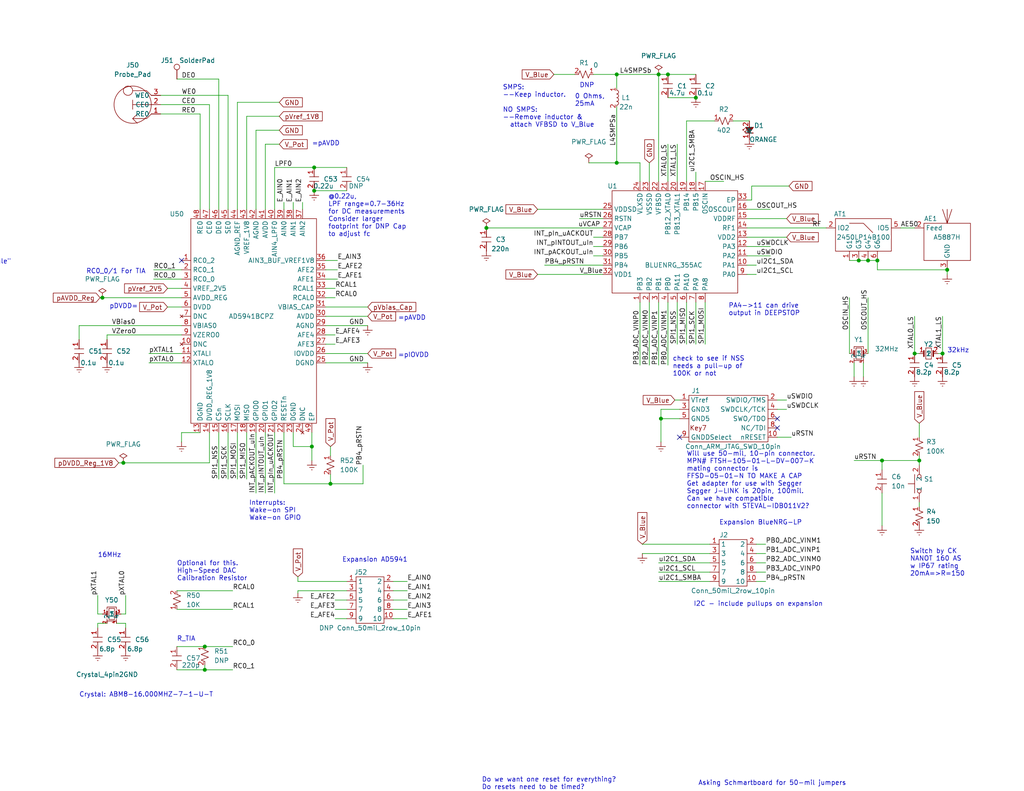
<source format=kicad_sch>
(kicad_sch (version 20211123) (generator eeschema)
  (paper "USLetter")
  (title_block (title "SwiftMote-EC Prototype") (rev "2022A") (company "CMC Microsystems"))
  (junction (at 249.555 96.52))
  (junction (at 182.245 20.32))
  (junction (at 257.175 96.52))
  (junction (at 85.09 121.92))
  (junction (at 239.395 71.12))
  (junction (at 258.445 73.66))
  (junction (at 55.88 182.88))
  (junction (at 234.315 71.12))
  (junction (at 240.665 125.73))
  (junction (at 179.705 20.32))
  (junction (at 85.725 45.72))
  (junction (at 132.715 62.23))
  (junction (at 189.865 26.67))
  (junction (at 27.94 81.28))
  (junction (at 33.655 126.365))
  (junction (at 85.725 52.07))
  (junction (at 55.88 176.53))
  (junction (at 250.825 125.73))
  (junction (at 90.17 132.08))
  (junction (at 236.855 71.12))
  (junction (at 168.275 20.32))
  (junction (at 180.34 114.3))
  (junction (at 168.275 44.45))
  (no_connect (at 212.09 116.84))
  (no_connect (at 212.09 114.3))
  (no_connect (at 49.53 71.12))
  (no_connect (at 185.42 119.38))
  (wire (pts (xy 94.615 161.29) (xy 81.28 161.29)))
  (wire (pts (xy 54.61 118.11) (xy 49.53 118.11)))
  (wire (pts (xy 189.865 46.99) (xy 189.865 49.53)))
  (wire (pts (xy 179.705 20.32) (xy 179.705 49.53)))
  (wire (pts (xy 203.835 72.39) (xy 206.375 72.39)))
  (wire (pts (xy 57.15 57.15) (xy 57.15 28.575)))
  (wire (pts (xy 187.325 33.02) (xy 194.945 33.02)))
  (wire (pts (xy 151.13 20.32) (xy 156.845 20.32)))
  (wire (pts (xy 161.925 20.32) (xy 168.275 20.32)))
  (wire (pts (xy 148.59 72.39) (xy 164.465 72.39)))
  (wire (pts (xy 107.315 166.37) (xy 111.125 166.37)))
  (wire (pts (xy 33.02 167.64) (xy 34.29 167.64)))
  (wire (pts (xy 179.705 153.67) (xy 193.675 153.67)))
  (wire (pts (xy 200.025 33.02) (xy 204.47 33.02)))
  (wire (pts (xy 45.72 83.82) (xy 49.53 83.82)))
  (wire (pts (xy 76.2 27.94) (xy 64.77 27.94)))
  (wire (pts (xy 107.315 161.29) (xy 111.125 161.29)))
  (wire (pts (xy 236.855 71.12) (xy 239.395 71.12)))
  (wire (pts (xy 192.405 82.55) (xy 192.405 93.98)))
  (wire (pts (xy 40.64 96.52) (xy 49.53 96.52)))
  (wire (pts (xy 48.26 182.88) (xy 55.88 182.88)))
  (wire (pts (xy 54.61 31.115) (xy 54.61 57.15)))
  (wire (pts (xy 57.15 118.11) (xy 57.15 126.365)))
  (wire (pts (xy 88.9 93.98) (xy 91.44 93.98)))
  (wire (pts (xy 43.815 26.035) (xy 62.23 26.035)))
  (wire (pts (xy 168.275 24.13) (xy 168.275 20.32)))
  (wire (pts (xy 240.665 128.27) (xy 240.665 125.73)))
  (wire (pts (xy 43.815 31.115) (xy 54.61 31.115)))
  (wire (pts (xy 74.93 57.15) (xy 74.93 45.72)))
  (wire (pts (xy 168.275 29.21) (xy 168.275 44.45)))
  (wire (pts (xy 177.165 44.45) (xy 177.165 49.53)))
  (wire (pts (xy 81.28 158.75) (xy 81.28 157.48)))
  (wire (pts (xy 161.925 69.85) (xy 164.465 69.85)))
  (wire (pts (xy 27.94 81.28) (xy 49.53 81.28)))
  (wire (pts (xy 48.26 166.37) (xy 63.5 166.37)))
  (wire (pts (xy 69.85 118.11) (xy 69.85 134.62)))
  (wire (pts (xy 203.835 59.69) (xy 214.63 59.69)))
  (wire (pts (xy 180.34 111.76) (xy 180.34 114.3)))
  (wire (pts (xy 203.835 64.77) (xy 214.63 64.77)))
  (wire (pts (xy 160.655 44.45) (xy 168.275 44.45)))
  (wire (pts (xy 88.9 88.9) (xy 100.33 88.9)))
  (wire (pts (xy 132.715 62.23) (xy 164.465 62.23)))
  (wire (pts (xy 48.26 21.59) (xy 59.69 21.59)))
  (wire (pts (xy 180.34 114.3) (xy 185.42 114.3)))
  (wire (pts (xy 206.375 148.59) (xy 208.915 148.59)))
  (wire (pts (xy 161.925 67.31) (xy 164.465 67.31)))
  (wire (pts (xy 180.34 114.3) (xy 180.34 120.65)))
  (wire (pts (xy 88.9 71.12) (xy 92.075 71.12)))
  (wire (pts (xy 205.105 50.8) (xy 205.105 54.61)))
  (wire (pts (xy 63.5 182.88) (xy 55.88 182.88)))
  (wire (pts (xy 88.9 91.44) (xy 91.44 91.44)))
  (wire (pts (xy 41.91 76.2) (xy 49.53 76.2)))
  (wire (pts (xy 90.17 132.08) (xy 99.06 132.08)))
  (wire (pts (xy 34.29 167.64) (xy 34.29 162.56)))
  (wire (pts (xy 67.31 31.75) (xy 76.2 31.75)))
  (wire (pts (xy 33.655 126.365) (xy 32.385 126.365)))
  (wire (pts (xy 67.31 118.11) (xy 67.31 130.81)))
  (wire (pts (xy 236.855 81.28) (xy 236.855 96.52)))
  (wire (pts (xy 91.44 166.37) (xy 94.615 166.37)))
  (wire (pts (xy 26.67 170.18) (xy 29.21 170.18)))
  (wire (pts (xy 175.26 151.13) (xy 193.675 151.13)))
  (wire (pts (xy 59.69 118.11) (xy 59.69 130.81)))
  (wire (pts (xy 203.835 67.31) (xy 210.185 67.31)))
  (wire (pts (xy 250.825 125.73) (xy 250.825 127)))
  (wire (pts (xy 85.725 52.07) (xy 94.615 52.07)))
  (wire (pts (xy 187.325 33.02) (xy 187.325 49.53)))
  (wire (pts (xy 234.315 71.12) (xy 236.855 71.12)))
  (wire (pts (xy 258.445 73.66) (xy 258.445 74.93)))
  (wire (pts (xy 206.375 153.67) (xy 208.915 153.67)))
  (wire (pts (xy 107.315 163.83) (xy 111.125 163.83)))
  (wire (pts (xy 184.785 39.37) (xy 184.785 49.53)))
  (wire (pts (xy 31.75 170.18) (xy 34.29 170.18)))
  (wire (pts (xy 206.375 156.21) (xy 208.915 156.21)))
  (wire (pts (xy 21.59 88.9) (xy 21.59 92.71)))
  (wire (pts (xy 240.665 125.73) (xy 250.825 125.73)))
  (wire (pts (xy 203.835 57.15) (xy 210.185 57.15)))
  (wire (pts (xy 90.17 129.54) (xy 90.17 132.08)))
  (wire (pts (xy 85.725 45.72) (xy 94.615 45.72)))
  (wire (pts (xy 107.315 158.75) (xy 111.125 158.75)))
  (wire (pts (xy 74.93 118.11) (xy 74.93 134.62)))
  (wire (pts (xy 158.115 59.69) (xy 164.465 59.69)))
  (wire (pts (xy 55.88 176.53) (xy 63.5 176.53)))
  (wire (pts (xy 88.9 76.2) (xy 92.075 76.2)))
  (wire (pts (xy 235.585 99.06) (xy 235.585 102.87)))
  (wire (pts (xy 77.47 55.245) (xy 77.47 57.15)))
  (wire (pts (xy 81.28 161.29) (xy 81.28 161.925)))
  (wire (pts (xy 64.77 27.94) (xy 64.77 57.15)))
  (wire (pts (xy 88.9 73.66) (xy 92.075 73.66)))
  (wire (pts (xy 88.9 86.36) (xy 100.33 86.36)))
  (wire (pts (xy 179.705 158.75) (xy 193.675 158.75)))
  (wire (pts (xy 72.39 39.37) (xy 76.2 39.37)))
  (wire (pts (xy 146.685 57.15) (xy 164.465 57.15)))
  (wire (pts (xy 48.26 161.29) (xy 63.5 161.29)))
  (wire (pts (xy 99.06 127) (xy 99.06 132.08)))
  (wire (pts (xy 250.825 115.57) (xy 250.825 119.38)))
  (wire (pts (xy 77.47 132.08) (xy 90.17 132.08)))
  (wire (pts (xy 59.69 57.15) (xy 59.69 21.59)))
  (wire (pts (xy 49.53 88.9) (xy 21.59 88.9)))
  (wire (pts (xy 88.9 78.74) (xy 91.44 78.74)))
  (wire (pts (xy 203.835 62.23) (xy 225.425 62.23)))
  (wire (pts (xy 185.42 111.76) (xy 180.34 111.76)))
  (wire (pts (xy 80.01 121.92) (xy 85.09 121.92)))
  (wire (pts (xy 257.175 86.36) (xy 257.175 96.52)))
  (wire (pts (xy 48.26 176.53) (xy 55.88 176.53)))
  (wire (pts (xy 43.815 28.575) (xy 57.15 28.575)))
  (wire (pts (xy 69.85 35.56) (xy 69.85 57.15)))
  (wire (pts (xy 231.775 81.28) (xy 231.775 96.52)))
  (wire (pts (xy 72.39 118.11) (xy 72.39 134.62)))
  (wire (pts (xy 55.88 182.88) (xy 55.88 181.61)))
  (wire (pts (xy 26.67 170.18) (xy 26.67 171.45)))
  (wire (pts (xy 249.555 86.36) (xy 249.555 96.52)))
  (wire (pts (xy 245.745 62.23) (xy 249.555 62.23)))
  (wire (pts (xy 62.23 26.035) (xy 62.23 57.15)))
  (wire (pts (xy 239.395 73.66) (xy 239.395 71.12)))
  (wire (pts (xy 249.555 96.52) (xy 250.825 96.52)))
  (wire (pts (xy 233.045 125.73) (xy 240.665 125.73)))
  (wire (pts (xy 94.615 158.75) (xy 81.28 158.75)))
  (wire (pts (xy 88.9 83.82) (xy 100.33 83.82)))
  (wire (pts (xy 187.325 82.55) (xy 187.325 93.98)))
  (wire (pts (xy 206.375 151.13) (xy 208.915 151.13)))
  (wire (pts (xy 80.01 55.245) (xy 80.01 57.15)))
  (wire (pts (xy 174.625 44.45) (xy 174.625 49.53)))
  (wire (pts (xy 62.23 118.11) (xy 62.23 130.81)))
  (wire (pts (xy 82.55 55.245) (xy 82.55 57.15)))
  (wire (pts (xy 107.315 168.91) (xy 111.125 168.91)))
  (wire (pts (xy 41.91 73.66) (xy 49.53 73.66)))
  (wire (pts (xy 212.09 119.38) (xy 215.9 119.38)))
  (wire (pts (xy 203.835 54.61) (xy 205.105 54.61)))
  (wire (pts (xy 206.375 158.75) (xy 208.915 158.75)))
  (wire (pts (xy 85.09 121.92) (xy 85.09 125.73)))
  (wire (pts (xy 67.31 31.75) (xy 67.31 57.15)))
  (wire (pts (xy 77.47 118.11) (xy 77.47 132.08)))
  (wire (pts (xy 80.01 118.11) (xy 80.01 121.92)))
  (wire (pts (xy 255.905 96.52) (xy 257.175 96.52)))
  (wire (pts (xy 34.29 170.18) (xy 34.29 171.45)))
  (wire (pts (xy 184.785 82.55) (xy 184.785 93.98)))
  (wire (pts (xy 175.26 148.59) (xy 193.675 148.59)))
  (wire (pts (xy 40.64 99.06) (xy 49.53 99.06)))
  (wire (pts (xy 182.245 20.32) (xy 189.865 20.32)))
  (wire (pts (xy 231.775 71.12) (xy 234.315 71.12)))
  (wire (pts (xy 239.395 73.66) (xy 258.445 73.66)))
  (wire (pts (xy 203.835 69.85) (xy 210.185 69.85)))
  (wire (pts (xy 168.275 44.45) (xy 174.625 44.45)))
  (wire (pts (xy 182.245 82.55) (xy 182.245 99.695)))
  (wire (pts (xy 69.85 35.56) (xy 76.2 35.56)))
  (wire (pts (xy 64.77 118.11) (xy 64.77 130.81)))
  (wire (pts (xy 182.245 39.37) (xy 182.245 49.53)))
  (wire (pts (xy 85.09 118.11) (xy 85.09 121.92)))
  (wire (pts (xy 177.165 82.55) (xy 177.165 99.695)))
  (wire (pts (xy 240.665 134.62) (xy 240.665 143.51)))
  (wire (pts (xy 233.045 99.06) (xy 233.045 102.87)))
  (wire (pts (xy 26.67 167.64) (xy 27.94 167.64)))
  (wire (pts (xy 88.9 96.52) (xy 100.33 96.52)))
  (wire (pts (xy 182.245 26.67) (xy 189.865 26.67)))
  (wire (pts (xy 203.835 74.93) (xy 206.375 74.93)))
  (wire (pts (xy 189.865 82.55) (xy 189.865 93.98)))
  (wire (pts (xy 74.93 45.72) (xy 85.725 45.72)))
  (wire (pts (xy 250.825 137.16) (xy 250.825 138.43)))
  (wire (pts (xy 179.705 156.21) (xy 193.675 156.21)))
  (wire (pts (xy 179.705 82.55) (xy 179.705 99.695)))
  (wire (pts (xy 168.275 20.32) (xy 179.705 20.32)))
  (wire (pts (xy 90.17 121.92) (xy 90.17 124.46)))
  (wire (pts (xy 174.625 82.55) (xy 174.625 99.695)))
  (wire (pts (xy 212.09 111.76) (xy 214.63 111.76)))
  (wire (pts (xy 72.39 39.37) (xy 72.39 57.15)))
  (wire (pts (xy 91.44 168.91) (xy 94.615 168.91)))
  (wire (pts (xy 29.21 91.44) (xy 29.21 92.71)))
  (wire (pts (xy 179.705 20.32) (xy 182.245 20.32)))
  (wire (pts (xy 88.9 81.28) (xy 91.44 81.28)))
  (wire (pts (xy 91.44 163.83) (xy 94.615 163.83)))
  (wire (pts (xy 161.925 64.77) (xy 164.465 64.77)))
  (wire (pts (xy 250.825 124.46) (xy 250.825 125.73)))
  (wire (pts (xy 146.685 74.93) (xy 164.465 74.93)))
  (wire (pts (xy 88.9 99.06) (xy 100.33 99.06)))
  (wire (pts (xy 184.15 109.22) (xy 185.42 109.22)))
  (wire (pts (xy 27.305 81.28) (xy 27.94 81.28)))
  (wire (pts (xy 192.405 49.53) (xy 197.485 49.53)))
  (wire (pts (xy 45.72 78.74) (xy 49.53 78.74)))
  (wire (pts (xy 49.53 91.44) (xy 29.21 91.44)))
  (wire (pts (xy 33.655 126.365) (xy 57.15 126.365)))
  (wire (pts (xy 49.53 118.11) (xy 49.53 120.65)))
  (wire (pts (xy 205.105 50.8) (xy 215.265 50.8)))
  (wire (pts (xy 26.67 162.56) (xy 26.67 167.64)))
  (wire (pts (xy 212.09 109.22) (xy 214.63 109.22)))
  (text "Panasonic ERJ - high reliability, 3 layers of electrodes" (at 294.005 120.65 0) (effects (font (size 1.27 1.27)) (justify left bottom)))
  (text "RC0_0/1 For TIA" (at 23.495 74.93 0) (effects (font (size 1.27 1.27)) (justify left bottom)))
  (text "=pIOVDD" (at 108.585 97.79 0) (effects (font (size 1.27 1.27)) (justify left bottom)))
  (text "R_TIA" (at 48.26 175.26 0) (effects (font (size 1.27 1.27)) (justify left bottom)))
  (text "Crystal: ABM8-16.000MHZ-7-1-U-T" (at 21.59 190.5 0) (effects (font (size 1.27 1.27)) (justify left bottom)))
  (text "Do we want one reset for everything?\nDo resets need to be timed?\nShould AD5941 reset be controlled by uPro?" (at 131.445 217.805 0) (effects (font (size 1.27 1.27)) (justify left bottom)))
  (text "ARM Cortex Debugger:\nhttps://www2.keil.com/coresight/coresight-connectors/\nBEST DOC showing IDC connector and keying: https://documentation-service.arm.com/static/5fce6c49e167456a35b36af1\n\n\nCable: https://1bitsquared.com/products/jtag-idc-cable\n\nIDC\n\n50 mil SWD header to 2.54mm jumpers for debug: https://1bitsquared.com/collections/accessories/products/black-magic-0-1-pin-header-jtag-cable\n\nOrientation: https://1bitsquared.com/products/black-magic-probe\n" (at 295.275 159.385 0) (effects (font (size 1.27 1.27)) (justify left bottom)))
  (text "***Consider fattening***\n\nL4SMPSa/b lines\nV_Blue - all power lines\n\n*** DOUBLE CHECK ***\nConnector width on programming cable\nDirection of programming cable" (at 294.64 48.26 0) (effects (font (size 3 3)) (justify left bottom)))
  (text "Maybe add optional LC\nfor potentional filtering?\n" (at -24.765 30.48 0) (effects (font (size 1.27 1.27)) (justify left bottom)))
  (text "no loading caps needed on high speed crystal" (at 294.005 86.36 0) (effects (font (size 1.27 1.27)) (justify left bottom)))
  (text "Will use 50-mil, 10-pin connector. \nMPN# FTSH-105-01-L-DV-007-K\nmating connector is \nFFSD-05-01-N TO MAKE A CAP\nGet adapter for use with Segger\nSegger J-LINK is 20pin, 100mil.\nCan we have compatible \nconnector with STEVAL-IDB011V2?" (at 187.325 139.065 0) (effects (font (size 1.27 1.27)) (justify left bottom)))
  (text "Switch by CK \nNANOT 160 AS\nw IP67 rating\n20mA=>R=150" (at 248.285 157.48 0) (effects (font (size 1.27 1.27)) (justify left bottom)))
  (text "pg 115: GP0PE reg \nenables/dis pull-ups\non GPIOs" (at -38.735 151.765 0) (effects (font (size 1.27 1.27)) (justify left bottom)))
  (text "16MHz" (at 26.67 152.4 0) (effects (font (size 1.27 1.27)) (justify left bottom)))
  (text "AIN4/LFP0:\nRfilter=1MOhm (set internally)\nClpf=0.220uF to 1uF (suggested)\nf_cuttoff=1/(2*pi*R*C)\nClpf=220nF =>fc=\n\npage 40:\nRfilter=Rlpf and is set by LPTIACON0 Register.\nRlpf values are 0,20k,100k,200k,400k,600k,1M\nAt 0.22uF, fc ranges from 0.7 to 36Hz." (at 92.075 -4.445 0) (effects (font (size 1.27 1.27)) (justify left bottom)))
  (text "I2C - include pullups on expansion" (at 189.23 165.735 0) (effects (font (size 1.27 1.27)) (justify left bottom)))
  (text "Interrupts:\nWake-on SPI\nWake-on GPIO" (at 67.945 142.24 0) (effects (font (size 1.27 1.27)) (justify left bottom)))
  (text "SMPS: \n--Keep inductor.\n\nNO SMPS: \n--Remove inductor &\n  attach VFBSD to V_Blue" (at 137.16 34.925 0) (effects (font (size 1.27 1.27)) (justify left bottom)))
  (text "Probe ZIF options:\n\nDo not use TE 1734592-5 because it is tiny and \nmade for the insertion of flex pcb, \nand you can't remove it once it is in.\n\nNeed to try Radial Magnetics 8015 (469-8015-ND)\nnickel plated neodymium magnets, they are tiny \n3mmx1mm but very strong at 0.35 lb pull strength" (at -69.85 13.97 0) (effects (font (size 1.27 1.27)) (justify left bottom)))
  (text "PA4->11 can drive \noutput in DEEPSTOP" (at 198.755 86.36 0) (effects (font (size 1.27 1.27)) (justify left bottom)))
  (text "=pAVDD" (at 108.585 87.63 0) (effects (font (size 1.27 1.27)) (justify left bottom)))
  (text "pg 11: \"Ensure Rtia selection generates an output voltage of <+/-900mV with PGA gain=1\"\n\npg11: Vref 2.5 and 1.8, VBias_Cap must have 0.47uF to gnd\n\npg 12: \"A minimum headroom between AVDD and Vbias/Vzero0 output \n        voltage increases to 600mV if connected to low power TIA \n        or low power low power potentiostat amplifiers.\"\n" (at 8.89 -19.05 0) (effects (font (size 1.27 1.27)) (justify left bottom)))
  (text "Optional for this.\nHigh-Speed DAC \nCalibration Resistor" (at 48.26 158.75 0) (effects (font (size 1.27 1.27)) (justify left bottom)))
  (text "=pAVDD" (at 85.09 40.005 0) (effects (font (size 1.27 1.27)) (justify left bottom)))
  (text "Expansion BlueNRG-LP\n" (at 196.215 143.51 0) (effects (font (size 1.27 1.27)) (justify left bottom)))
  (text "Sensing\nfiltering?" (at -24.765 22.86 0) (effects (font (size 1.27 1.27)) (justify left bottom)))
  (text "OR CC0402....same thing" (at 12.065 218.44 0) (effects (font (size 1.27 1.27)) (justify left bottom)))
  (text "Expansion AD5941" (at 93.345 153.67 0) (effects (font (size 1.27 1.27)) (justify left bottom)))
  (text "VDDSD: mine connected to ground, check" (at 239.395 -17.78 0) (effects (font (size 1.27 1.27)) (justify left bottom)))
  (text "p31 BlueNRG-LP datasheet\nfigure 13\nC1,C10,C14,C8\n" (at 239.395 -22.86 0) (effects (font (size 1.27 1.27)) (justify left bottom)))
  (text "check to see if NSS \nneeds a pull-up of \n100K or not" (at 183.515 102.87 0) (effects (font (size 1.27 1.27)) (justify left bottom)))
  (text "AFEx UNCOMMITTED ANALOG FRONT END PIN X\n\nAINx uncommited analog input pin x, connects to switch matrix\n\np36 \"low power TIA: Select Rtia value to max ADC input range \nof +/-900mV when PGA gain is 1 or 1.5.  Rtia=0.9V/Imax-full-scale\"\n\nspecial:\nAIN4/LPF0 - also a low power TIA output low-pass filter \n        capacitor pin this pin hasa 0.22UF CAP TO AGND\n\nRC0_2 - can be left open\nRC0_0/1 - connected via 10M and 220pF, not sure why\n\n***Consider leaving pads for AINx and AFEx \n   in case someone wants to use them" (at -67.945 92.71 0) (effects (font (size 1.27 1.27)) (justify left bottom)))
  (text "0 Ohms, \n25mA" (at 156.845 29.21 0) (effects (font (size 1.27 1.27)) (justify left bottom)))
  (text "!!R_TIA:\npg 36 recommends a 100nF cap\nto stabilize the low power TIA\nbut Eval Kit has 220pF cap" (at 40.005 224.155 0) (effects (font (size 1.27 1.27)) (justify left bottom)))
  (text "pg 7 AD5940\nADC Input range: 0.2V to 2.1V\nCurrent: 50pA to 3mA input\nAntialias filter 3dB range mode0=50kHz" (at -67.31 58.42 0) (effects (font (size 1.27 1.27)) (justify left bottom)))
  (text "pg 20: Vzero0, vbias0 connect 100nF cap to each pin" (at -83.185 97.79 0) (effects (font (size 1.27 1.27)) (justify left bottom)))
  (text "pg7 AD5940\nAVDD=DVDD=2.8V to 3.6V\nMaximum difference between supplies=0.3V\nIOVDD=1.8V and 2.8V to 3.6V\nADC ref/excitation/DAC and amplifier=1.82V internal ref\nlow power DAC ref 2.5V, internal reference" (at -67.31 46.99 0) (effects (font (size 1.27 1.27)) (justify left bottom)))
  (text "Asking Schmartboard for 50-mil jumpers" (at 190.5 214.63 0) (effects (font (size 1.27 1.27)) (justify left bottom)))
  (text "Vcap separate, EVAL uses 220nF cap\nVDDSD=VDDRF=VDD1=VDD2 all connected" (at 238.76 -11.43 0) (effects (font (size 1.27 1.27)) (justify left bottom)))
  (text "pDVDD=" (at 29.845 84.455 0) (effects (font (size 1.27 1.27)) (justify left bottom)))
  (text "32kHz" (at 258.445 96.52 0) (effects (font (size 1.27 1.27)) (justify left bottom)))
  (text "@0.22u, \nLPF range=0.7-36Hz\nfor DC measurements\nConsider larger\nfootprint for DNP Cap\nto adjust fc\n" (at 89.535 64.77 0) (effects (font (size 1.27 1.27)) (justify left bottom)))
  (text "SPI:\nArduino UNO has \nno pullup R,\nCS is on chip 2, not chip 1\nAll: MISO SCK MOSI." (at 294.64 114.3 0) (effects (font (size 1.27 1.27)) (justify left bottom)))
  (text "pg113: \nWake on SPI\npg105: interrupts\npg112: can\nconfig\nGPIO_0 as \nINT out\nto alert uP" (at -57.785 152.4 0) (effects (font (size 1.27 1.27)) (justify left bottom)))
  (text "DNP" (at 158.115 24.13 0) (effects (font (size 1.27 1.27)) (justify left bottom)))
  (text "For implantable medical:\nMurata GCH/GCR\nfor wearable medical\nMurata GRM\n" (at 295.91 10.16 0) (effects (font (size 2.54 2.54)) (justify left bottom)))
  (label "E_AIN1" (at 80.01 55.245 90))
  (label "SPI1_NSS" (at 184.785 93.98 90))
  (label "E_AFE1" (at 111.125 168.91 0))
  (label "RCAL1" (at 91.44 78.74 0))
  (label "RCAL1" (at 63.5 166.37 0))
  (label "pXTAL1" (at 40.64 96.52 0))
  (label "RE0" (at 49.53 31.115 0))
  (label "PB1_ADC_VINP1" (at 208.915 151.13 0))
  (label "PB3_ADC_VINP0" (at 208.915 156.21 0))
  (label "SPI1_SCK" (at 189.865 93.98 90))
  (label "V_Blue" (at 158.115 74.93 0))
  (label "AE50" (at 245.745 62.23 0))
  (label "E_AFE4" (at 91.44 168.91 180))
  (label "PB4_pRSTN" (at 148.59 72.39 0))
  (label "PB3_ADC_VINP0" (at 174.625 99.695 90))
  (label "INT_pIn_uACKOUT" (at 74.93 134.62 90))
  (label "GND" (at 95.25 99.06 0))
  (label "E_AIN3" (at 92.075 71.12 0))
  (label "VZero0" (at 30.48 91.44 0))
  (label "RCAL0" (at 91.44 81.28 0))
  (label "XTAL1_LS" (at 257.175 95.25 90))
  (label "pXTAL1" (at 26.67 162.56 90))
  (label "E_AIN2" (at 111.125 163.83 0))
  (label "XTAL0_LS" (at 249.555 95.25 90))
  (label "SPI1_MOSI" (at 192.405 93.98 90))
  (label "uI2C1_SDA" (at 206.375 72.39 0))
  (label "SPI1_NSS" (at 59.69 130.81 90))
  (label "SPI1_SCK" (at 62.23 130.81 90))
  (label "E_AFE2" (at 91.44 163.83 180))
  (label "uSWDIO" (at 214.63 109.22 0))
  (label "PB4_pRSTN" (at 208.915 158.75 0))
  (label "OSCIN_HS" (at 193.675 49.53 0))
  (label "pXTAL0" (at 40.64 99.06 0))
  (label "RC0_0" (at 63.5 176.53 0))
  (label "L4SMPSb" (at 177.8 20.32 180))
  (label "GND" (at 95.25 88.9 0))
  (label "uI2C1_SMBA" (at 189.865 46.99 90))
  (label "LPF0" (at 74.93 45.72 0))
  (label "E_AIN2" (at 82.55 55.245 90))
  (label "RC0_0" (at 41.91 76.2 0))
  (label "VBias0" (at 30.48 88.9 0))
  (label "uI2C1_SCL" (at 206.375 74.93 0))
  (label "DE0" (at 49.53 21.59 0))
  (label "PB0_ADC_VINM1" (at 182.245 99.695 90))
  (label "PB4_pRSTN" (at 99.06 127 90))
  (label "SPI1_MISO" (at 67.31 130.81 90))
  (label "SPI1_MOSI" (at 64.77 130.81 90))
  (label "L4SMPSa" (at 168.275 31.115 270))
  (label "PB2_ADC_VINM0" (at 208.915 153.67 0))
  (label "uSWDCLK" (at 206.375 67.31 0))
  (label "E_AIN1" (at 111.125 161.29 0))
  (label "uRSTN" (at 158.115 59.69 0))
  (label "uRSTN" (at 215.9 119.38 0))
  (label "INT_pINTOUT_uIn" (at 161.925 67.31 180))
  (label "PB2_ADC_VINM0" (at 177.165 99.695 90))
  (label "CE0" (at 49.53 28.575 0))
  (label "OSCOUT_HS" (at 206.375 57.15 0))
  (label "E_AIN0" (at 77.47 55.245 90))
  (label "PB1_ADC_VINP1" (at 179.705 99.695 90))
  (label "INT_pACKOUT_uIn" (at 69.85 134.62 90))
  (label "uI2C1_SMBA" (at 179.705 158.75 0))
  (label "RC0_1" (at 63.5 182.88 0))
  (label "E_AIN3" (at 111.125 166.37 0))
  (label "E_AFE3" (at 91.44 93.98 0))
  (label "uSWDCLK" (at 214.63 111.76 0))
  (label "XTAL0_LS" (at 182.245 48.26 90))
  (label "uI2C1_SDA" (at 179.705 153.67 0))
  (label "uI2C1_SCL" (at 179.705 156.21 0))
  (label "INT_pIn_uACKOUT" (at 161.925 64.77 180))
  (label "SPI1_MISO" (at 187.325 93.98 90))
  (label "RF" (at 221.615 62.23 0))
  (label "pXTAL0" (at 34.29 162.56 90))
  (label "uVCAP" (at 163.83 62.23 180))
  (label "RCAL0" (at 63.5 161.29 0))
  (label "OSCIN_HS" (at 231.775 90.17 90))
  (label "WE0" (at 49.53 26.035 0))
  (label "uRSTN" (at 233.045 125.73 0))
  (label "E_AFE3" (at 91.44 166.37 180))
  (label "OSCOUT_HS" (at 236.855 90.17 90))
  (label "E_AIN0" (at 111.125 158.75 0))
  (label "RC0_1" (at 41.91 73.66 0))
  (label "uSWDIO" (at 206.375 69.85 0))
  (label "PB4_pRSTN" (at 77.47 130.81 90))
  (label "E_AFE2" (at 92.075 73.66 0))
  (label "E_AFE1" (at 92.075 76.2 0))
  (label "XTAL1_LS" (at 184.785 48.26 90))
  (label "E_AFE4" (at 91.44 91.44 0))
  (label "INT_pACKOUT_uIn" (at 161.925 69.85 180))
  (label "PB0_ADC_VINM1" (at 208.915 148.59 0))
  (label "INT_pINTOUT_uIn" (at 72.39 134.62 90))
  (global_label "V_Blue" (shape input) (at 184.15 109.22 180) (property "Intersheet References" "${INTERSHEET_REFS}" (effects hide)))
  (global_label "GND" (shape input) (at 215.265 50.8 0) (property "Intersheet References" "${INTERSHEET_REFS}" (effects hide)))
  (global_label "V_Pot" (shape input) (at 100.33 86.36 0) (property "Intersheet References" "${INTERSHEET_REFS}" (effects hide)))
  (global_label "V_Blue" (shape input) (at 146.685 57.15 180) (property "Intersheet References" "${INTERSHEET_REFS}" (effects hide)))
  (global_label "pDVDD_Reg_1V8" (shape input) (at 32.385 126.365 180) (property "Intersheet References" "${INTERSHEET_REFS}" (effects hide)))
  (global_label "pVref_1V8" (shape input) (at 76.2 31.75 0) (property "Intersheet References" "${INTERSHEET_REFS}" (effects hide)))
  (global_label "pVref_2V5" (shape input) (at 45.72 78.74 180) (property "Intersheet References" "${INTERSHEET_REFS}" (effects hide)))
  (global_label "V_Blue" (shape input) (at 151.13 20.32 180) (property "Intersheet References" "${INTERSHEET_REFS}" (effects hide)))
  (global_label "V_Pot" (shape input) (at 100.33 96.52 0) (property "Intersheet References" "${INTERSHEET_REFS}" (effects hide)))
  (global_label "V_Blue" (shape input) (at 146.685 74.93 180) (property "Intersheet References" "${INTERSHEET_REFS}" (effects hide)))
  (global_label "V_Pot" (shape input) (at 45.72 83.82 180) (property "Intersheet References" "${INTERSHEET_REFS}" (effects hide)))
  (global_label "pVbias_Cap" (shape input) (at 100.33 83.82 0) (property "Intersheet References" "${INTERSHEET_REFS}" (effects hide)))
  (global_label "GND" (shape input) (at 76.2 27.94 0) (property "Intersheet References" "${INTERSHEET_REFS}" (effects hide)))
  (global_label "V_Blue" (shape input) (at 214.63 59.69 0) (property "Intersheet References" "${INTERSHEET_REFS}" (effects hide)))
  (global_label "pAVDD_Reg" (shape input) (at 27.305 81.28 180) (property "Intersheet References" "${INTERSHEET_REFS}" (effects hide)))
  (global_label "V_Blue" (shape input) (at 175.26 148.59 90) (property "Intersheet References" "${INTERSHEET_REFS}" (effects hide)))
  (global_label "V_Blue" (shape input) (at 214.63 64.77 0) (property "Intersheet References" "${INTERSHEET_REFS}" (effects hide)))
  (global_label "GND" (shape input) (at 76.2 35.56 0) (property "Intersheet References" "${INTERSHEET_REFS}" (effects hide)))
  (global_label "GND" (shape input) (at 177.165 44.45 90) (property "Intersheet References" "${INTERSHEET_REFS}" (effects hide)))
  (global_label "V_Pot" (shape input) (at 81.28 157.48 90) (property "Intersheet References" "${INTERSHEET_REFS}" (effects hide)))
  (global_label "V_Blue" (shape input) (at 250.825 115.57 90) (property "Intersheet References" "${INTERSHEET_REFS}" (effects hide)))
  (global_label "V_Pot" (shape input) (at 76.2 39.37 0) (property "Intersheet References" "${INTERSHEET_REFS}" (effects hide)))
  (global_label "V_Pot" (shape input) (at 90.17 121.92 90) (property "Intersheet References" "${INTERSHEET_REFS}" (effects hide)))
  (symbol (lib_id "power:GNDREF") (at 204.47 38.1 0) (unit 1)
    (property "Reference" "#PWR0101" (effects hide))
    (property "Value" "GNDREF" (effects hide))
  )
  (symbol (lib_id "power:GNDREF") (at 180.34 120.65 0) (unit 1)
    (property "Reference" "#PWR0107" (effects hide))
    (property "Value" "GNDREF" (effects hide))
  )
  (symbol (lib_id "CMC_Connector:Probe_Pad") (at 36.195 28.575 0) (unit 1)
    (property "Reference" "J50" (at 36.195 17.78 0))
    (property "Value" "Probe_Pad" (at 36.195 20.32 0))
    (property "Footprint" "CMC_Conn:ProbePad_Magnetic_5x5mm" (effects hide))
    (property "Manufacturer PN" "DNP" (effects hide))
    (property "Digikey PN" "DNP" (effects hide))
    (property "Mouser PN" "DNP" (effects hide))
    (property "Top Distributor" "DNP" (effects hide))
    (property "Description" "DNP" (effects hide))
  )
  (symbol (lib_id "CMC_Capacitor:Non_Polar") (at 240.665 132.08 0) (unit 1)
    (property "Reference" "C6" (at 243.205 130.1749 0) (effects (justify left)))
    (property "Value" "10n" (at 243.205 132.7149 0) (effects (justify left)))
    (property "Footprint" "CMC_Capacitor_SMD:C_0402_1005Metric" (effects hide))
    (property "Manufacturer PN" "GRM1555C1E103GE01D" (effects hide))
    (property "Digikey PN" "490-GRM1555C1E103GE01DCT-ND" (effects hide))
    (property "Mouser PN" "81-GRM1555C1E103GE1D " (effects hide))
    (property "Top Distributor" "Mouser" (effects hide))
    (property "Voltage" "25V" (effects hide))
    (property "Type" "C0G, NP0 +/- 2% tolerance" (effects hide))
  )
  (symbol (lib_id "CMC_Capacitor:Non_Polar") (at 94.615 49.53 0) (unit 1)
    (property "Reference" "C54" (at 97.155 48.8949 0) (effects (justify left)))
    (property "Value" "DNP" (at 97.155 50.8 0))
    (property "Footprint" "CMC_Capacitor_SMD:C_0402_1005Metric_Pad0.74x0.62mm_HandSolder" (effects hide))
    (property "Manufacturer PN" "GCM155R71C224KE02D" (effects hide))
    (property "Digikey PN" "490-10671-1-ND" (effects hide))
    (property "Mouser PN" "81-GCM155R71C224KE2D" (effects hide))
    (property "Top Distributor" "Digikey" (effects hide))
    (property "Voltage" "25V" (effects hide))
    (property "Type" "X7R" (effects hide))
  )
  (symbol (lib_id "CMC_Potentiostat:AD5941BCPZ") (at 68.58 85.09 0) (unit 1)
    (property "Reference" "U50" (at 48.26 58.42 0))
    (property "Value" "AD5941BCPZ" (at 68.58 86.36 0))
    (property "Footprint" "CMC_Potentiostat:AD5941BCPZ_LFCSP-48-1EP_7x7mm_P0.5mm_EP4.1x4.1mm" (effects hide))
    (property "Manufacturer PN" "AD5941BCPZ" (effects hide))
    (property "Digikey PN" "505-AD5941BCPZ-ND" (effects hide))
    (property "Mouser PN" "584-AD5941BCPZ" (effects hide))
    (property "Top Distributor" "Mouser" (effects hide))
  )
  (symbol (lib_id "CMC_Connector:Conn_50mil_2row_10pin") (at 200.025 153.67 0) (unit 1)
    (property "Reference" "J2" (at 197.485 146.05 0))
    (property "Value" "Conn_50mil_2row_10pin" (at 200.025 161.29 0))
    (property "Footprint" "CMC_Conn:BlueExp_10pin_2rows_50milPitch" (effects hide))
    (property "Manufacturer PN" "FTSH-105-01-l-DV-007-P" (effects hide))
    (property "Digikey PN" "FTSH-105-01-L-DV-007-P-ND" (effects hide))
    (property "Mouser PN" "200-FTSH10501LDV7P" (effects hide))
    (property "Top Distributor" "Digikey" (effects hide))
  )
  (symbol (lib_id "power:GNDREF") (at 189.865 26.67 0) (unit 1)
    (property "Reference" "#PWR0102" (effects hide))
    (property "Value" "GNDREF" (effects hide))
  )
  (symbol (lib_id "power:GNDREF") (at 85.09 125.73 0) (unit 1)
    (property "Reference" "#PWR0115" (effects hide))
    (property "Value" "GNDREF" (effects hide))
  )
  (symbol (lib_id "CMC_Resistor:R") (at 48.26 163.83 180) (unit 1)
    (property "Reference" "R50" (at 50.8 162.5599 0) (effects (justify right)))
    (property "Value" "10K" (at 50.8 165.0999 0) (effects (justify right)))
    (property "Footprint" "CMC_Resistor_SMD:R_0603_1608Metric_Pad0.98x0.95mm_HandSolder" (effects hide))
    (property "Manufacturer PN" "ERA-3ARB103V " (effects hide))
    (property "Digikey PN" "P10KBDCT-ND" (effects hide))
    (property "Mouser PN" "667-ERA-3ARB103V " (effects hide))
    (property "Top Distributor" "Mouser" (effects hide))
    (property "Power" "1/10W" (effects hide))
    (property "Voltage" "75V" (effects hide))
    (property "Tolerance" "0.1%" (effects hide))
  )
  (symbol (lib_id "power:PWR_FLAG") (at 160.655 44.45 0) (unit 1)
    (property "Reference" "#FLG0111" (effects hide))
    (property "Value" "PWR_FLAG" (at 160.655 38.735 0))
  )
  (symbol (lib_id "CMC_Capacitor:Non_Polar") (at 29.21 96.52 0) (unit 1)
    (property "Reference" "C52" (at 31.75 95.8849 0) (effects (justify left)))
    (property "Value" "0.1u" (at 31.75 99.06 0))
    (property "Footprint" "CMC_Capacitor_SMD:C_0402_1005Metric" (effects hide))
    (property "Manufacturer PN" "C1005X7R1E104K050BB" (effects hide))
    (property "Digikey PN" "445-7348-1-ND" (effects hide))
    (property "Mouser PN" "810-C1005X7R1E104K" (effects hide))
    (property "Top Distributor" "Mouser" (effects hide))
    (property "Voltage" "25V" (effects hide))
    (property "Type" "X7R" (effects hide))
  )
  (symbol (lib_id "power:GNDREF") (at 85.725 52.07 0) (unit 1)
    (property "Reference" "#PWR0113" (effects hide))
    (property "Value" "GNDREF" (effects hide))
  )
  (symbol (lib_id "CMC_Crystal:Crystal_4pin2GND") (at 30.48 167.64 0) (unit 1)
    (property "Reference" "Y50" (at 30.48 163.83 0))
    (property "Value" "Crystal_4pin2GND" (at 29.21 184.15 0))
    (property "Footprint" "CMC_Crystal:Crystal_SMD_3225-4Pin_3.2x2.5mm" (effects hide))
    (property "Manufacturer PN" "ABM8-16.000MHZ-7-1-U-T" (effects hide))
    (property "Digikey PN" "535-13466-1-ND" (effects hide))
    (property "Mouser PN" "815-ABM8-16-7-1-U-T " (effects hide))
    (property "Top Distributor" "Digikey, Newark as Alternate" (effects hide))
    (property "Description" "Crystal_4pin2GND, 16MHz 7pF 70Ohms 4-SMD, no lead" (effects hide))
  )
  (symbol (lib_id "power:GNDREF") (at 81.28 161.925 0) (unit 1)
    (property "Reference" "#PWR0121" (effects hide))
    (property "Value" "GNDREF" (effects hide))
  )
  (symbol (lib_id "power:GNDREF") (at 250.825 143.51 0) (unit 1)
    (property "Reference" "#PWR0109" (effects hide))
    (property "Value" "GNDREF" (effects hide))
  )
  (symbol (lib_id "Connector:TestPoint") (at 48.26 21.59 0) (unit 1)
    (property "Reference" "J51" (at 43.815 16.51 0) (effects (justify left)))
    (property "Value" "SolderPad" (at 48.895 16.51 0) (effects (justify left)))
    (property "Footprint" "CMC_Conn:Pad_5x5mm" (effects hide))
    (property "Manufacturer PN" "DNP" (effects hide))
  )
  (symbol (lib_id "CMC_Resistor:R") (at 55.88 179.07 0) (unit 1)
    (property "Reference" "R51" (at 58.42 177.7999 0) (effects (justify left)))
    (property "Value" "DNP" (at 58.42 180.3399 0) (effects (justify left)))
    (property "Footprint" "CMC_Resistor_SMD:R_0402_1005Metric_Pad0.72x0.64mm_HandSolder" (effects hide))
  )
  (symbol (lib_id "power:GNDREF") (at 235.585 102.87 0) (unit 1)
    (property "Reference" "#PWR0103" (effects hide))
    (property "Value" "GNDREF" (effects hide))
  )
  (symbol (lib_id "power:GNDREF") (at 34.29 177.8 0) (unit 1)
    (property "Reference" "#PWR0111" (effects hide))
    (property "Value" "GNDREF" (effects hide))
  )
  (symbol (lib_id "CMC_Resistor:R") (at 159.385 20.32 270) (unit 1)
    (property "Reference" "R1" (at 159.385 17.145 90))
    (property "Value" "0" (at 162.56 17.78 90))
    (property "Footprint" "CMC_Resistor_SMD:R_0402_1005Metric_Pad0.72x0.64mm_HandSolder" (effects hide))
    (property "Manufacturer PN" "ERJ-U020R00X" (effects hide))
    (property "Digikey PN" "10-ERJ-U020R00XCT-ND" (effects hide))
    (property "Mouser PN" "667-ERJ-U020R00X " (effects hide))
    (property "Top Distributor" "Mouser" (effects hide))
  )
  (symbol (lib_id "power:GNDREF") (at 240.665 143.51 0) (unit 1)
    (property "Reference" "#PWR0108" (effects hide))
    (property "Value" "GNDREF" (effects hide))
  )
  (symbol (lib_id "power:GNDREF") (at 26.67 177.8 0) (unit 1)
    (property "Reference" "#PWR0112" (effects hide))
    (property "Value" "GNDREF" (effects hide))
  )
  (symbol (lib_id "CMC_Antenna:A5887H") (at 258.445 66.04 0) (unit 1)
    (property "Reference" "AE1" (at 252.095 59.69 0) (effects (justify left)))
    (property "Value" "A5887H" (at 254.635 64.77 0) (effects (justify left)))
    (property "Footprint" "CMC_Antenna:RUFA_RT_A5887H" (effects hide))
    (property "Manufacturer PN" "A5887H" (effects hide))
    (property "Digikey PN" "627-1127-1-ND" (effects hide))
    (property "Mouser PN" "237-A5887H" (effects hide))
    (property "Top Distributor" "Mouser" (effects hide))
  )
  (symbol (lib_id "power:PWR_FLAG") (at 27.94 81.28 0) (unit 1)
    (property "Reference" "#FLG0109" (effects hide))
    (property "Value" "PWR_FLAG" (at 27.94 76.2 0))
  )
  (symbol (lib_id "CMC_Capacitor:Non_Polar") (at 21.59 96.52 0) (unit 1)
    (property "Reference" "C51" (at 24.13 95.8849 0) (effects (justify left)))
    (property "Value" "0.1u" (at 24.13 99.06 0))
    (property "Footprint" "CMC_Capacitor_SMD:C_0402_1005Metric" (effects hide))
    (property "Manufacturer PN" "C1005X7R1E104K050BB" (effects hide))
    (property "Digikey PN" "445-7348-1-ND" (effects hide))
    (property "Mouser PN" "810-C1005X7R1E104K" (effects hide))
    (property "Top Distributor" "Mouser" (effects hide))
    (property "Voltage" "25V" (effects hide))
    (property "Type" "X7R" (effects hide))
  )
  (symbol (lib_id "power:PWR_FLAG") (at 179.705 20.32 0) (unit 1)
    (property "Reference" "#FLG0110" (effects hide))
    (property "Value" "PWR_FLAG" (at 179.705 15.24 0))
  )
  (symbol (lib_id "CMC_Capacitor:Non_Polar") (at 132.715 66.04 0) (unit 1)
    (property "Reference" "C3" (at 135.255 65.4049 0) (effects (justify left)))
    (property "Value" "220n" (at 136.525 67.945 0))
    (property "Footprint" "CMC_Resistor_SMD:R_0402_1005Metric" (effects hide))
    (property "Manufacturer PN" "CGA2B3X7R1E224K050BB" (effects hide))
    (property "Digikey PN" "445-174424-1-ND" (effects hide))
    (property "Mouser PN" "810-CGA2B3X7R1E224KB " (effects hide))
    (property "Top Distributor" "Digikey" (effects hide))
    (property "Voltage" "25V" (effects hide))
    (property "Type" "X7R" (effects hide))
  )
  (symbol (lib_id "CMC_Resistor:R") (at 197.485 33.02 90) (unit 1)
    (property "Reference" "R2" (at 197.485 29.845 90))
    (property "Value" "402" (at 197.485 35.56 90))
    (property "Footprint" "CMC_Resistor_SMD:R_0402_1005Metric_Pad0.72x0.64mm_HandSolder" (effects hide))
    (property "Manufacturer PN" "ERJ-2RKF4020X" (effects hide))
    (property "Digikey PN" "P402LCT-ND" (effects hide))
    (property "Mouser PN" "667-ERJ-2RKF4020X" (effects hide))
    (property "Top Distributor" "Mouser" (effects hide))
    (property "Power" "1/10W" (effects hide))
  )
  (symbol (lib_id "CMC_Resistor:R") (at 250.825 140.97 0) (unit 1)
    (property "Reference" "R4" (at 252.73 139.6999 0) (effects (justify left)))
    (property "Value" "150" (at 252.73 142.2399 0) (effects (justify left)))
    (property "Footprint" "CMC_Resistor_SMD:R_0402_1005Metric" (effects hide))
    (property "Manufacturer PN" "ERJ-U02F1500X" (effects hide))
    (property "Digikey PN" "10-ERJ-U02F1500XCT-ND" (effects hide))
    (property "Mouser PN" "667-ERJ-U02F1500X" (effects hide))
    (property "Top Distributor" "Digikey" (effects hide))
    (property "Power" "1/10W" (effects hide))
    (property "Voltage" "50V" (effects hide))
  )
  (symbol (lib_id "power:GNDREF") (at 100.33 88.9 0) (unit 1)
    (property "Reference" "#PWR0119" (effects hide))
    (property "Value" "GNDREF" (effects hide))
  )
  (symbol (lib_id "power:GNDREF") (at 175.26 151.13 0) (unit 1)
    (property "Reference" "#PWR0136" (effects hide))
    (property "Value" "GNDREF" (effects hide))
  )
  (symbol (lib_id "power:GNDREF") (at 257.175 102.87 0) (unit 1)
    (property "Reference" "#PWR0106" (effects hide))
    (property "Value" "GNDREF" (effects hide))
  )
  (symbol (lib_id "power:PWR_FLAG") (at 132.715 62.23 0) (unit 1)
    (property "Reference" "#FLG0112" (effects hide))
    (property "Value" "PWR_FLAG" (at 132.715 57.15 0))
  )
  (symbol (lib_id "CMC_RF_Filter:2450LP14B100") (at 235.585 66.04 0) (unit 1)
    (property "Reference" "AT1" (at 229.235 58.42 0))
    (property "Value" "2450LP14B100" (at 235.585 64.77 0))
    (property "Footprint" "CMC_RF_Filters:JT_LPF_Bluetooth_2450LP14B100" (effects hide))
    (property "Manufacturer PN" "2450LP14B100T " (effects hide))
    (property "Digikey PN" "712-1130-1-ND" (effects hide))
    (property "Mouser PN" "609-2450LP14B100T " (effects hide))
    (property "Top Distributor" "Digikey" (effects hide))
  )
  (symbol (lib_id "power:GNDREF") (at 29.21 99.06 0) (unit 1)
    (property "Reference" "#PWR0116" (effects hide))
    (property "Value" "GNDREF" (effects hide))
  )
  (symbol (lib_id "CMC_Connector:Conn_50mil_2row_10pin") (at 100.965 163.83 0) (unit 1)
    (property "Reference" "J52" (at 98.425 156.21 0))
    (property "Value" "DNP Conn_50mil_2row_10pin" (at 100.965 171.45 0))
    (property "Footprint" "CMC_Conn:Conn_10pin_2rows_50milPitch" (effects hide))
    (property "Manufacturer PN" "FTSH-105-01-l-DV-007-P" (effects hide))
    (property "Digikey PN" "FTSH-105-01-L-DV-007-P-ND" (effects hide))
    (property "Mouser PN" "200-FTSH10501LDV7P" (effects hide))
    (property "Top Distributor" "Digikey" (effects hide))
  )
  (symbol (lib_id "CMC_Crystal:Crystal_2pin") (at 253.365 96.52 0) (unit 1)
    (property "Reference" "Y2" (at 253.365 93.98 0))
    (property "Value" "Crystal_2pin" (effects hide))
    (property "Footprint" "CMC_Crystal:Crystal_SMD_2012-2Pin_2.0x1.2mm_sm" (effects hide))
    (property "Manufacturer PN" "NX2012SA-32.768KHZ-EXS00A-MU00530" (effects hide))
    (property "Digikey PN" "644-1354-1-ND" (effects hide))
    (property "Top Distributor" "Digikey" (effects hide))
    (property "Loading" "7pF, 80kOhms" (effects hide))
    (property "Alternate" "But DIFFERENT Footprint!  ABS07AIG-32.768KHZ-7-T / 535-13350-1-ND / 815-S07AIG-32.768-7T /7pF, 80kOhms" (effects hide))
  )
  (symbol (lib_id "power:GNDREF") (at 49.53 120.65 0) (unit 1)
    (property "Reference" "#PWR0114" (effects hide))
    (property "Value" "GNDREF" (effects hide))
  )
  (symbol (lib_id "CMC_Capacitor:Non_Polar") (at 189.865 24.13 0) (unit 1)
    (property "Reference" "C2" (at 192.405 23.4949 0) (effects (justify left)))
    (property "Value" "0.1u" (at 192.405 25.4 0))
    (property "Footprint" "CMC_Capacitor_SMD:C_0402_1005Metric" (effects hide))
    (property "Manufacturer PN" "C1005X7R1E104K050BB" (effects hide))
    (property "Digikey PN" "445-7348-1-ND" (effects hide))
    (property "Mouser PN" "810-C1005X7R1E104K" (effects hide))
    (property "Top Distributor" "Mouser" (effects hide))
    (property "Voltage" "25V" (effects hide))
    (property "Type" "X7R" (effects hide))
  )
  (symbol (lib_id "CMC_Crystal:Crystal_4pin2GND") (at 234.315 96.52 0) (unit 1)
    (property "Reference" "Y1" (at 234.315 92.71 0))
    (property "Value" "32MHz" (at 241.935 95.25 0))
    (property "Footprint" "CMC_Crystal:Crystal_SMD_2016-4Pin_2.0x1.6mm_sm" (effects hide))
    (property "Manufacturer PN" "NX2016SA-32MHZ-EXS00A-CS11213" (effects hide))
    (property "Digikey PN" "644-1376-1-ND" (effects hide))
    (property "Mouser PN" "N/A" (effects hide))
    (property "Top Distributor" "Digikey" (effects hide))
    (property "Loading" "60 Ohms, 6pF " (effects hide))
    (property "Alternate" "maybe: NX2016SA series.  temperature range differs for OA/AV/Wireless vs For Automotive" (effects hide))
  )
  (symbol (lib_id "CMC_Capacitor:Non_Polar") (at 257.175 100.33 0) (unit 1)
    (property "Reference" "C5" (at 259.715 99.6949 0) (effects (justify left)))
    (property "Value" "8.2p" (at 259.715 101.6 0))
    (property "Footprint" "CMC_Capacitor_SMD:C_0201_0603Metric" (effects hide))
    (property "Manufacturer PN" "GRM0335C1H8R2DA01D" (effects hide))
    (property "Digikey PN" "490-6133-1-ND" (effects hide))
    (property "Mouser PN" "81-GRM0335C1H8R2DA1D" (effects hide))
    (property "Top Distributor" "Mouser" (effects hide))
    (property "Voltage" "50V" (effects hide))
    (property "Type" "C0G NP0" (effects hide))
  )
  (symbol (lib_id "CMC_LED:LED_GREEN") (at 204.47 35.56 90) (unit 1)
    (property "Reference" "D1" (at 205.74 34.29 90) (effects (justify right)))
    (property "Value" "ORANGE" (at 204.47 38.1 90) (effects (justify right)))
    (property "Footprint" "CMC_LED_SMD:LED_0603_1608Metric_Pad1.05x0.95mm_HandSolder" (effects hide))
    (property "Manufacturer PN" "XZCM2MOK53WA-1VF" (effects hide))
    (property "Digikey PN" "1497-XZCM2MOK53WA-1VFCT-ND" (effects hide))
    (property "Top Distributor PN" "Digikey" (effects hide))
    (property "Description" "tested at 2mA, mcd=148, Vf=1.8V-2.1V" (effects hide))
  )
  (symbol (lib_id "CMC_Capacitor:Non_Polar") (at 48.26 180.34 0) (unit 1)
    (property "Reference" "C57" (at 50.8 179.7049 0) (effects (justify left)))
    (property "Value" "220p" (at 52.07 181.61 0))
    (property "Footprint" "CMC_Capacitor_SMD:C_0402_1005Metric_Pad0.74x0.62mm_HandSolder" (effects hide))
    (property "Manufacturer PN" "CC0402JRNPO8BN221" (effects hide))
    (property "Digikey PN" "311-1026-1-ND" (effects hide))
    (property "Mouser PN" "603-CC402JRNPO8BN221" (effects hide))
    (property "Top Distributor" "Digikey" (effects hide))
    (property "Voltage" "25V" (effects hide))
    (property "Type" "NP0" (effects hide))
  )
  (symbol (lib_id "CMC_MCU_ST_BlueNRG_LP:BLUENRG_355AC") (at 183.515 66.04 90) (unit 1)
    (property "Reference" "U1" (at 165.735 50.8 90) (effects (justify right)))
    (property "Value" "BLUENRG_355AC" (at 175.895 72.39 90) (effects (justify right)))
    (property "Footprint" "CMC_MCU_ST_QFN_BlueNRG_LP:ST_BlueNRG_LP_QFN-32-1EP_5x5mm_P0.5mm_EP3.6x3.6mm" (effects hide))
    (property "Datasheet" "bluenrg-lp.pdf" (effects hide))
    (property "Manufacturer PN" "BLUENRG-355AT" (effects hide))
    (property "Digikey PN" "497-BLUENRG-355ATCT-ND" (effects hide))
    (property "Mouser PN" "511-BLUENRG-355AT " (effects hide))
    (property "Top Distributor" "Mouser" (effects hide))
  )
  (symbol (lib_id "power:GNDREF") (at 132.715 68.58 0) (unit 1)
    (property "Reference" "#PWR0120" (effects hide))
    (property "Value" "GNDREF" (effects hide))
  )
  (symbol (lib_id "CMC_Capacitor:Non_Polar") (at 182.245 24.13 0) (unit 1)
    (property "Reference" "C1" (at 184.785 23.4949 0) (effects (justify left)))
    (property "Value" "4.7u" (at 184.785 25.4 0))
    (property "Footprint" "CMC_Capacitor_SMD:C_0402_1005Metric" (effects hide))
    (property "Manufacturer" "Samsung" (effects hide))
    (property "Manufacturer PN" "CL05A475MO5NUNC" (effects hide))
    (property "Digikey PN" "1276-6836-1-ND" (effects hide))
    (property "Mouser PN" "187-CL05A475MO5NUNC" (effects hide))
    (property "Top Distributor" "Mouser" (effects hide))
    (property "Voltage" "16V" (effects hide))
    (property "Type" "X5R" (effects hide))
  )
  (symbol (lib_id "CMC_Capacitor:Non_Polar") (at 249.555 100.33 0) (unit 1)
    (property "Reference" "C4" (at 252.095 99.6949 0) (effects (justify left)))
    (property "Value" "8.2p" (at 252.095 101.6 0))
    (property "Footprint" "CMC_Capacitor_SMD:C_0201_0603Metric" (effects hide))
    (property "Manufacturer PN" "GRM0335C1H8R2DA01D" (effects hide))
    (property "Digikey PN" "490-6133-1-ND" (effects hide))
    (property "Mouser PN" "81-GRM0335C1H8R2DA1D" (effects hide))
    (property "Top Distributor" "Mouser" (effects hide))
    (property "Voltage" "50V" (effects hide))
    (property "Type" "C0G NP0" (effects hide))
  )
  (symbol (lib_id "CMC_Capacitor:Non_Polar") (at 85.725 49.53 0) (unit 1)
    (property "Reference" "C53" (at 88.265 48.8949 0) (effects (justify left)))
    (property "Value" "0.22u" (at 88.265 50.8 0))
    (property "Footprint" "CMC_Capacitor_SMD:C_0402_1005Metric_Pad0.74x0.62mm_HandSolder" (effects hide))
    (property "Manufacturer PN" "GCM155R71C224KE02D" (effects hide))
    (property "Digikey PN" "490-10671-1-ND" (effects hide))
    (property "Mouser PN" "81-GCM155R71C224KE2D" (effects hide))
    (property "Top Distributor" "Digikey" (effects hide))
    (property "Voltage" "25V" (effects hide))
    (property "Type" "X7R" (effects hide))
  )
  (symbol (lib_id "power:PWR_FLAG") (at 33.655 126.365 0) (unit 1)
    (property "Reference" "#FLG0108" (effects hide))
    (property "Value" "PWR_FLAG" (at 33.655 121.285 0))
  )
  (symbol (lib_id "CMC_Capacitor:Non_Polar") (at 26.67 175.26 0) (unit 1)
    (property "Reference" "C55" (at 29.21 174.6249 0) (effects (justify left)))
    (property "Value" "6.8p" (at 29.21 177.165 0))
    (property "Footprint" "CMC_Capacitor_SMD:C_0402_1005Metric" (effects hide))
    (property "Manufacturer PN" "C0402C689D3GAC7867" (effects hide))
    (property "Digikey PN" "399-15342-1-ND" (effects hide))
    (property "Mouser PN" "non-stocked item" (effects hide))
    (property "Top Distributor" "Digikey" (effects hide))
    (property "Voltage" "25V" (effects hide))
    (property "Type" "NP0 C0G" (effects hide))
  )
  (symbol (lib_id "power:GNDREF") (at 21.59 99.06 0) (unit 1)
    (property "Reference" "#PWR0117" (effects hide))
    (property "Value" "GNDREF" (effects hide))
  )
  (symbol (lib_id "CMC_Resistor:R") (at 90.17 127 0) (unit 1)
    (property "Reference" "R52" (at 92.71 125.7299 0) (effects (justify left)))
    (property "Value" "100K" (at 92.71 128.2699 0) (effects (justify left)))
    (property "Footprint" "CMC_Resistor_SMD:R_0402_1005Metric" (effects hide))
    (property "Manufacturer PN" "CR0402-FX-1003GLF" (effects hide))
    (property "Digikey PN" "CR0402-FX-1003GLFCT-ND" (effects hide))
    (property "Mouser PN" "652-CR0402FX-1003GLF" (effects hide))
    (property "Top Distributor" "Mouser" (effects hide))
    (property "Power" "1/16W" (effects hide))
    (property "Voltage" "50V" (effects hide))
  )
  (symbol (lib_id "power:GNDREF") (at 258.445 74.93 0) (unit 1)
    (property "Reference" "#PWR0110" (effects hide))
    (property "Value" "GNDREF" (effects hide))
  )
  (symbol (lib_id "CMC_Connector:Conn_ARM_JTAG_SWD_10pin") (at 196.85 113.03 0) (unit 1)
    (property "Reference" "J1" (at 189.865 106.68 0))
    (property "Value" "Conn_ARM_JTAG_SWD_10pin" (at 200.025 121.92 0))
    (property "Footprint" "CMC_Conn:FTSH_10pin_2rows_50milPitch" (effects hide))
    (property "Manufacturer" "Samtec" (effects hide))
    (property "Manufacturer PN" "FTSH-105-01-l-DV-007-K" (effects hide))
    (property "Digikey PN" "SAM9438-ND" (effects hide))
    (property "Mouser PN" "200-FTSH10501LDV007K" (effects hide))
    (property "Top Distributor" "Mouser" (effects hide))
    (property "Description" "10-pin, 50 mil, keyed on 7, https://developer.arm.com/documentation/101453/0100/CoreSight-Technology/Connectors" (effects hide))
  )
  (symbol (lib_id "CMC_Inductor:L") (at 168.275 26.67 0) (unit 1) (in_bom no)
    (property "Reference" "L1" (at 169.545 26.6699 0) (effects (justify left)))
    (property "Value" "22n" (at 170.815 29.21 0))
    (property "Footprint" "CMC_Inductor:L_SMD_0402_1005Metric_Pad0.77x0.64mm_HandSolder" (effects hide))
    (property "Manufacturer" "Murata" (effects hide))
    (property "Manufacturer PN" "LQG15HS22NG02D" (effects hide))
    (property "Digikey PN" "490-LQG15HS22NG02DCT-ND" (effects hide))
    (property "Mouser PN" "81-LQG15HS22NG02D" (effects hide))
    (property "Top Distributor" "Digikey" (effects hide))
    (property "Description" "350mA, 420mOhm Max, unshielded multilayer inductor." (effects hide))
  )
  (symbol (lib_id "CMC_Resistor:R") (at 250.825 121.92 0) (unit 1)
    (property "Reference" "R3" (at 252.73 120.6499 0) (effects (justify left)))
    (property "Value" "100K" (at 252.73 123.1899 0) (effects (justify left)))
    (property "Footprint" "CMC_Resistor_SMD:R_0402_1005Metric" (effects hide))
    (property "Manufacturer PN" "CR0402-FX-1003GLF" (effects hide))
    (property "Digikey PN" "CR0402-FX-1003GLFCT-ND" (effects hide))
    (property "Mouser PN" "652-CR0402FX-1003GLF" (effects hide))
    (property "Top Distributor" "Mouser" (effects hide))
    (property "Power" "1/16W" (effects hide))
    (property "Voltage" "50V" (effects hide))
  )
  (symbol (lib_id "power:GNDREF") (at 233.045 102.87 0) (unit 1)
    (property "Reference" "#PWR0104" (effects hide))
    (property "Value" "GNDREF" (effects hide))
  )
  (symbol (lib_id "power:GNDREF") (at 100.33 99.06 0) (unit 1)
    (property "Reference" "#PWR0118" (effects hide))
    (property "Value" "GNDREF" (effects hide))
  )
  (symbol (lib_id "CMC_Capacitor:Non_Polar") (at 34.29 175.26 0) (unit 1)
    (property "Reference" "C56" (at 36.83 174.6249 0) (effects (justify left)))
    (property "Value" "6.8p" (at 36.83 177.165 0))
    (property "Footprint" "CMC_Capacitor_SMD:C_0402_1005Metric" (effects hide))
    (property "Manufacturer PN" "C0402C689D3GAC7867" (effects hide))
    (property "Digikey PN" "399-15342-1-ND" (effects hide))
    (property "Mouser PN" "non-stocked item" (effects hide))
    (property "Top Distributor" "Digikey" (effects hide))
    (property "Voltage" "25V" (effects hide))
    (property "Type" "NP0 C0G" (effects hide))
  )
  (symbol (lib_id "power:GNDREF") (at 249.555 102.87 0) (unit 1)
    (property "Reference" "#PWR0105" (effects hide))
    (property "Value" "GNDREF" (effects hide))
  )
  (symbol (lib_id "CMC_Switches:Switch_SPST_NO") (at 250.825 132.08 90) (unit 1)
    (property "Reference" "S1" (at 252.095 130.8099 90) (effects (justify right)))
    (property "Value" "Switch_SPST_NO" (effects hide))
    (property "Footprint" "CMC_Button_Switch:CuK_NanoT_AS" (effects hide))
    (property "Manufacturer PN" "NANOT 160 AS" (effects hide))
    (property "Digikey PN" "108-NANOT160ASCT-ND" (effects hide))
    (property "Top Distributor" "Digikey" (effects hide))
    (property "Description" "2.10mmx1.65mm, 300K cycles, 160gf & There are others with more/less force." (effects hide))
  )
)
</source>
